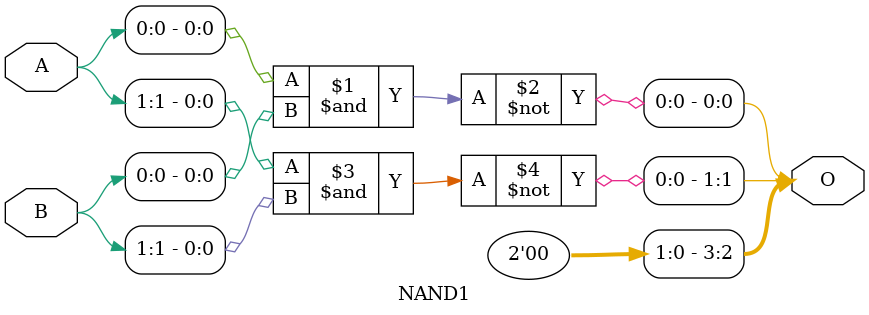
<source format=v>
module NAND1 (A, B, O);
		input [1:0] A;
		input [1:0] B;	
		output [3:0] O;
		assign O[2] = 0;
		assign O[3] = 0;
		nand first(O[0], A[0], B[0]);
		nand second(O[1], A[1], B[1]);
endmodule
		
</source>
